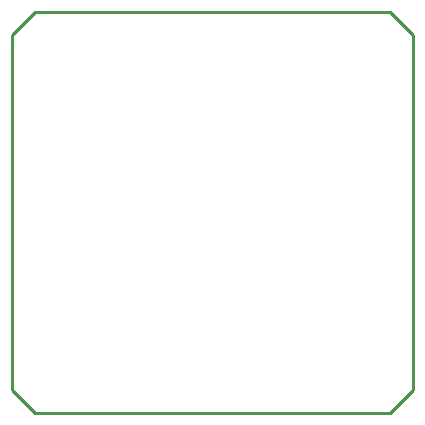
<source format=gbr>
%TF.GenerationSoftware,KiCad,Pcbnew,9.0.6*%
%TF.CreationDate,2026-02-10T13:55:09-08:00*%
%TF.ProjectId,ArmEncoderBoard,41726d45-6e63-46f6-9465-72426f617264,rev?*%
%TF.SameCoordinates,Original*%
%TF.FileFunction,Profile,NP*%
%FSLAX46Y46*%
G04 Gerber Fmt 4.6, Leading zero omitted, Abs format (unit mm)*
G04 Created by KiCad (PCBNEW 9.0.6) date 2026-02-10 13:55:09*
%MOMM*%
%LPD*%
G01*
G04 APERTURE LIST*
%TA.AperFunction,Profile*%
%ADD10C,0.250000*%
%TD*%
G04 APERTURE END LIST*
D10*
X155725000Y-67050000D02*
X155725000Y-97050000D01*
X153725000Y-99050000D01*
X123725000Y-99050000D01*
X121725000Y-97050000D01*
X121725000Y-67050000D01*
X123725000Y-65050000D01*
X153725000Y-65050000D01*
X155725000Y-67050000D01*
M02*

</source>
